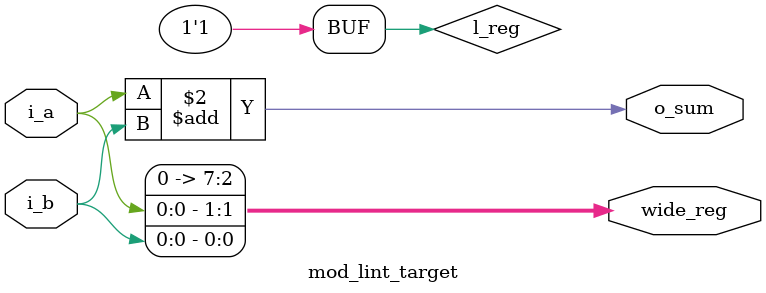
<source format=sv>
module mod_lint_target (
    input wire i_a,
    input wire i_b,
    output logic o_sum,
    output logic [7:0] wide_reg
);
    logic l_reg;
    always_comb begin
        l_reg = 1;
        wide_reg = {i_a, i_b};
    end
    assign o_sum = i_a + i_b;
endmodule


</source>
